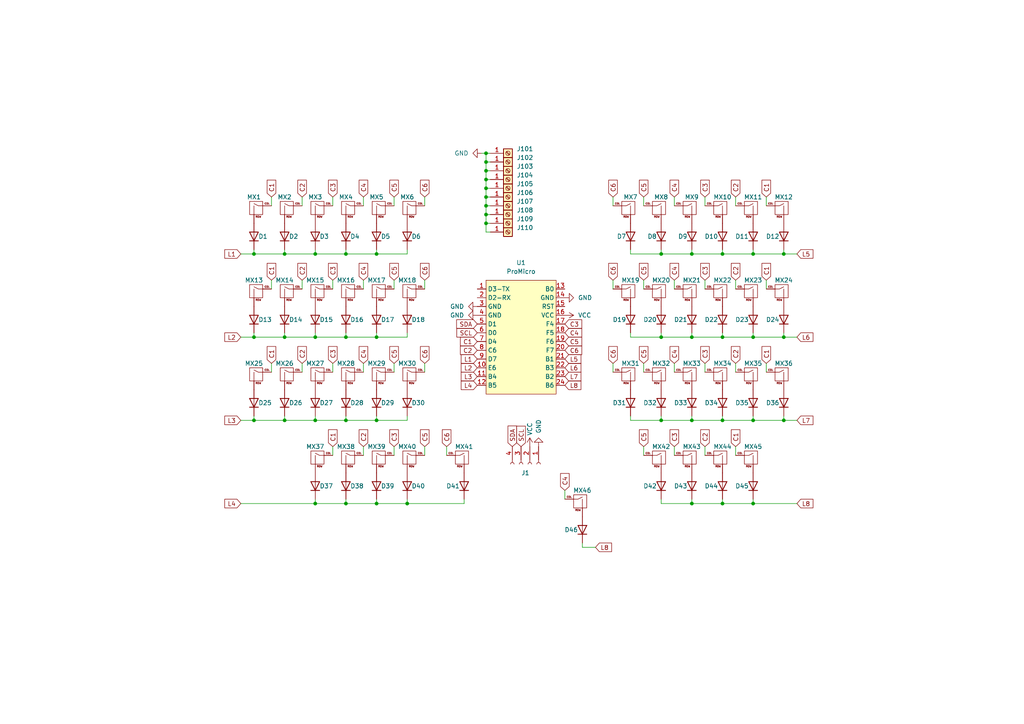
<source format=kicad_sch>
(kicad_sch (version 20230121) (generator eeschema)
  (paper "A4")
  (junction (at 100.33 97.79))
  (junction (at 91.44 73.66))
  (junction (at 227.33 121.92))
  (junction (at 209.55 73.66))
  (junction (at 109.22 97.79))
  (junction (at 218.44 97.79))
  (junction (at 100.33 73.66))
  (junction (at 140.97 52.07))
  (junction (at 73.66 73.66))
  (junction (at 109.22 73.66))
  (junction (at 91.44 146.05))
  (junction (at 82.55 121.92))
  (junction (at 140.97 49.53))
  (junction (at 227.33 97.79))
  (junction (at 200.66 146.05))
  (junction (at 82.55 73.66))
  (junction (at 140.97 59.69))
  (junction (at 140.97 57.15))
  (junction (at 209.55 97.79))
  (junction (at 100.33 121.92))
  (junction (at 140.97 64.77))
  (junction (at 140.97 54.61))
  (junction (at 209.55 121.92))
  (junction (at 100.33 146.05))
  (junction (at 191.77 73.66))
  (junction (at 91.44 121.92))
  (junction (at 218.44 73.66))
  (junction (at 91.44 97.79))
  (junction (at 200.66 73.66))
  (junction (at 82.55 97.79))
  (junction (at 73.66 97.79))
  (junction (at 109.22 146.05))
  (junction (at 227.33 73.66))
  (junction (at 109.22 121.92))
  (junction (at 209.55 146.05))
  (junction (at 140.97 62.23))
  (junction (at 200.66 121.92))
  (junction (at 118.11 146.05))
  (junction (at 140.97 44.45))
  (junction (at 218.44 121.92))
  (junction (at 191.77 97.79))
  (junction (at 140.97 46.99))
  (junction (at 218.44 146.05))
  (junction (at 200.66 97.79))
  (junction (at 73.66 121.92))
  (junction (at 191.77 121.92))
  (wire (pts (xy 100.33 73.66) (xy 109.22 73.66)))
  (wire (pts (xy 222.25 105.41) (xy 222.25 107.95)))
  (wire (pts (xy 213.36 57.15) (xy 213.36 59.69)))
  (wire (pts (xy 87.63 105.41) (xy 87.63 107.95)))
  (wire (pts (xy 123.19 105.41) (xy 123.19 107.95)))
  (wire (pts (xy 100.33 121.92) (xy 109.22 121.92)))
  (wire (pts (xy 109.22 97.79) (xy 109.22 96.52)))
  (wire (pts (xy 209.55 97.79) (xy 200.66 97.79)))
  (wire (pts (xy 73.66 97.79) (xy 73.66 96.52)))
  (wire (pts (xy 142.24 46.99) (xy 140.97 46.99)))
  (wire (pts (xy 69.85 121.92) (xy 73.66 121.92)))
  (wire (pts (xy 73.66 121.92) (xy 82.55 121.92)))
  (wire (pts (xy 100.33 73.66) (xy 100.33 72.39)))
  (wire (pts (xy 140.97 54.61) (xy 140.97 52.07)))
  (wire (pts (xy 100.33 146.05) (xy 100.33 144.78)))
  (wire (pts (xy 200.66 97.79) (xy 191.77 97.79)))
  (wire (pts (xy 231.14 73.66) (xy 227.33 73.66)))
  (wire (pts (xy 218.44 73.66) (xy 209.55 73.66)))
  (wire (pts (xy 123.19 57.15) (xy 123.19 59.69)))
  (wire (pts (xy 191.77 146.05) (xy 191.77 144.78)))
  (wire (pts (xy 227.33 97.79) (xy 218.44 97.79)))
  (wire (pts (xy 109.22 97.79) (xy 118.11 97.79)))
  (wire (pts (xy 73.66 97.79) (xy 82.55 97.79)))
  (wire (pts (xy 142.24 62.23) (xy 140.97 62.23)))
  (wire (pts (xy 140.97 59.69) (xy 140.97 57.15)))
  (wire (pts (xy 118.11 97.79) (xy 118.11 96.52)))
  (wire (pts (xy 142.24 64.77) (xy 140.97 64.77)))
  (wire (pts (xy 191.77 121.92) (xy 182.88 121.92)))
  (wire (pts (xy 100.33 97.79) (xy 100.33 96.52)))
  (wire (pts (xy 134.62 146.05) (xy 134.62 144.78)))
  (wire (pts (xy 73.66 73.66) (xy 82.55 73.66)))
  (wire (pts (xy 69.85 73.66) (xy 73.66 73.66)))
  (wire (pts (xy 118.11 121.92) (xy 118.11 120.65)))
  (wire (pts (xy 100.33 97.79) (xy 109.22 97.79)))
  (wire (pts (xy 140.97 52.07) (xy 140.97 49.53)))
  (wire (pts (xy 82.55 97.79) (xy 82.55 96.52)))
  (wire (pts (xy 195.58 57.15) (xy 195.58 59.69)))
  (wire (pts (xy 140.97 64.77) (xy 140.97 62.23)))
  (wire (pts (xy 114.3 57.15) (xy 114.3 59.69)))
  (wire (pts (xy 209.55 97.79) (xy 209.55 96.52)))
  (wire (pts (xy 191.77 73.66) (xy 191.77 72.39)))
  (wire (pts (xy 69.85 146.05) (xy 91.44 146.05)))
  (wire (pts (xy 182.88 121.92) (xy 182.88 120.65)))
  (wire (pts (xy 222.25 57.15) (xy 222.25 59.69)))
  (wire (pts (xy 218.44 73.66) (xy 218.44 72.39)))
  (wire (pts (xy 118.11 73.66) (xy 118.11 72.39)))
  (wire (pts (xy 140.97 49.53) (xy 140.97 46.99)))
  (wire (pts (xy 195.58 105.41) (xy 195.58 107.95)))
  (wire (pts (xy 129.54 129.54) (xy 129.54 132.08)))
  (wire (pts (xy 200.66 121.92) (xy 200.66 120.65)))
  (wire (pts (xy 109.22 146.05) (xy 109.22 144.78)))
  (wire (pts (xy 182.88 97.79) (xy 182.88 96.52)))
  (wire (pts (xy 142.24 57.15) (xy 140.97 57.15)))
  (wire (pts (xy 140.97 46.99) (xy 140.97 44.45)))
  (wire (pts (xy 195.58 81.28) (xy 195.58 83.82)))
  (wire (pts (xy 195.58 129.54) (xy 195.58 132.08)))
  (wire (pts (xy 96.52 57.15) (xy 96.52 59.69)))
  (wire (pts (xy 168.91 158.75) (xy 172.72 158.75)))
  (wire (pts (xy 227.33 97.79) (xy 227.33 96.52)))
  (wire (pts (xy 114.3 105.41) (xy 114.3 107.95)))
  (wire (pts (xy 91.44 146.05) (xy 91.44 144.78)))
  (wire (pts (xy 209.55 146.05) (xy 209.55 144.78)))
  (wire (pts (xy 140.97 44.45) (xy 142.24 44.45)))
  (wire (pts (xy 123.19 129.54) (xy 123.19 132.08)))
  (wire (pts (xy 109.22 73.66) (xy 118.11 73.66)))
  (wire (pts (xy 209.55 73.66) (xy 200.66 73.66)))
  (wire (pts (xy 91.44 73.66) (xy 91.44 72.39)))
  (wire (pts (xy 91.44 73.66) (xy 100.33 73.66)))
  (wire (pts (xy 87.63 57.15) (xy 87.63 59.69)))
  (wire (pts (xy 78.74 105.41) (xy 78.74 107.95)))
  (wire (pts (xy 218.44 97.79) (xy 209.55 97.79)))
  (wire (pts (xy 91.44 121.92) (xy 100.33 121.92)))
  (wire (pts (xy 78.74 81.28) (xy 78.74 83.82)))
  (wire (pts (xy 191.77 121.92) (xy 191.77 120.65)))
  (wire (pts (xy 140.97 57.15) (xy 140.97 54.61)))
  (wire (pts (xy 191.77 97.79) (xy 182.88 97.79)))
  (wire (pts (xy 69.85 97.79) (xy 73.66 97.79)))
  (wire (pts (xy 82.55 97.79) (xy 91.44 97.79)))
  (wire (pts (xy 191.77 73.66) (xy 182.88 73.66)))
  (wire (pts (xy 105.41 105.41) (xy 105.41 107.95)))
  (wire (pts (xy 200.66 146.05) (xy 191.77 146.05)))
  (wire (pts (xy 227.33 121.92) (xy 218.44 121.92)))
  (wire (pts (xy 218.44 121.92) (xy 209.55 121.92)))
  (wire (pts (xy 209.55 73.66) (xy 209.55 72.39)))
  (wire (pts (xy 123.19 81.28) (xy 123.19 83.82)))
  (wire (pts (xy 142.24 67.31) (xy 140.97 67.31)))
  (wire (pts (xy 105.41 57.15) (xy 105.41 59.69)))
  (wire (pts (xy 82.55 121.92) (xy 91.44 121.92)))
  (wire (pts (xy 163.83 142.24) (xy 163.83 144.78)))
  (wire (pts (xy 186.69 57.15) (xy 186.69 59.69)))
  (wire (pts (xy 109.22 73.66) (xy 109.22 72.39)))
  (wire (pts (xy 140.97 62.23) (xy 140.97 59.69)))
  (wire (pts (xy 218.44 97.79) (xy 218.44 96.52)))
  (wire (pts (xy 182.88 73.66) (xy 182.88 72.39)))
  (wire (pts (xy 204.47 57.15) (xy 204.47 59.69)))
  (wire (pts (xy 91.44 97.79) (xy 100.33 97.79)))
  (wire (pts (xy 186.69 105.41) (xy 186.69 107.95)))
  (wire (pts (xy 96.52 129.54) (xy 96.52 132.08)))
  (wire (pts (xy 177.8 81.28) (xy 177.8 83.82)))
  (wire (pts (xy 209.55 121.92) (xy 200.66 121.92)))
  (wire (pts (xy 186.69 81.28) (xy 186.69 83.82)))
  (wire (pts (xy 73.66 121.92) (xy 73.66 120.65)))
  (wire (pts (xy 204.47 105.41) (xy 204.47 107.95)))
  (wire (pts (xy 109.22 146.05) (xy 118.11 146.05)))
  (wire (pts (xy 218.44 121.92) (xy 218.44 120.65)))
  (wire (pts (xy 100.33 121.92) (xy 100.33 120.65)))
  (wire (pts (xy 96.52 81.28) (xy 96.52 83.82)))
  (wire (pts (xy 200.66 73.66) (xy 191.77 73.66)))
  (wire (pts (xy 139.7 44.45) (xy 140.97 44.45)))
  (wire (pts (xy 91.44 121.92) (xy 91.44 120.65)))
  (wire (pts (xy 91.44 146.05) (xy 100.33 146.05)))
  (wire (pts (xy 204.47 129.54) (xy 204.47 132.08)))
  (wire (pts (xy 209.55 121.92) (xy 209.55 120.65)))
  (wire (pts (xy 78.74 57.15) (xy 78.74 59.69)))
  (wire (pts (xy 200.66 73.66) (xy 200.66 72.39)))
  (wire (pts (xy 105.41 129.54) (xy 105.41 132.08)))
  (wire (pts (xy 82.55 73.66) (xy 82.55 72.39)))
  (wire (pts (xy 82.55 73.66) (xy 91.44 73.66)))
  (wire (pts (xy 73.66 73.66) (xy 73.66 72.39)))
  (wire (pts (xy 109.22 121.92) (xy 109.22 120.65)))
  (wire (pts (xy 142.24 52.07) (xy 140.97 52.07)))
  (wire (pts (xy 140.97 67.31) (xy 140.97 64.77)))
  (wire (pts (xy 177.8 57.15) (xy 177.8 59.69)))
  (wire (pts (xy 191.77 97.79) (xy 191.77 96.52)))
  (wire (pts (xy 118.11 146.05) (xy 118.11 144.78)))
  (wire (pts (xy 200.66 121.92) (xy 191.77 121.92)))
  (wire (pts (xy 168.91 158.75) (xy 168.91 157.48)))
  (wire (pts (xy 227.33 73.66) (xy 218.44 73.66)))
  (wire (pts (xy 218.44 146.05) (xy 209.55 146.05)))
  (wire (pts (xy 105.41 81.28) (xy 105.41 83.82)))
  (wire (pts (xy 142.24 49.53) (xy 140.97 49.53)))
  (wire (pts (xy 222.25 81.28) (xy 222.25 83.82)))
  (wire (pts (xy 209.55 146.05) (xy 200.66 146.05)))
  (wire (pts (xy 87.63 81.28) (xy 87.63 83.82)))
  (wire (pts (xy 114.3 129.54) (xy 114.3 132.08)))
  (wire (pts (xy 109.22 121.92) (xy 118.11 121.92)))
  (wire (pts (xy 231.14 97.79) (xy 227.33 97.79)))
  (wire (pts (xy 142.24 54.61) (xy 140.97 54.61)))
  (wire (pts (xy 200.66 146.05) (xy 200.66 144.78)))
  (wire (pts (xy 213.36 129.54) (xy 213.36 132.08)))
  (wire (pts (xy 231.14 121.92) (xy 227.33 121.92)))
  (wire (pts (xy 227.33 121.92) (xy 227.33 120.65)))
  (wire (pts (xy 204.47 81.28) (xy 204.47 83.82)))
  (wire (pts (xy 96.52 105.41) (xy 96.52 107.95)))
  (wire (pts (xy 227.33 73.66) (xy 227.33 72.39)))
  (wire (pts (xy 218.44 146.05) (xy 218.44 144.78)))
  (wire (pts (xy 91.44 97.79) (xy 91.44 96.52)))
  (wire (pts (xy 213.36 105.41) (xy 213.36 107.95)))
  (wire (pts (xy 177.8 105.41) (xy 177.8 107.95)))
  (wire (pts (xy 100.33 146.05) (xy 109.22 146.05)))
  (wire (pts (xy 218.44 146.05) (xy 231.14 146.05)))
  (wire (pts (xy 213.36 81.28) (xy 213.36 83.82)))
  (wire (pts (xy 82.55 121.92) (xy 82.55 120.65)))
  (wire (pts (xy 142.24 59.69) (xy 140.97 59.69)))
  (wire (pts (xy 118.11 146.05) (xy 134.62 146.05)))
  (wire (pts (xy 114.3 81.28) (xy 114.3 83.82)))
  (wire (pts (xy 200.66 97.79) (xy 200.66 96.52)))
  (wire (pts (xy 186.69 129.54) (xy 186.69 132.08)))
  (global_label "C3" (shape input) (at 195.58 129.54 90) (property "Intersheetrefs" "${INTERSHEET_REFS}" (effects hide)))
  (global_label "L1" (shape input) (at 69.85 73.66 180) (property "Intersheetrefs" "${INTERSHEET_REFS}" (effects hide)))
  (global_label "C4" (shape input) (at 105.41 105.41 90) (property "Intersheetrefs" "${INTERSHEET_REFS}" (effects hide)))
  (global_label "L3" (shape input) (at 69.85 121.92 180) (property "Intersheetrefs" "${INTERSHEET_REFS}" (effects hide)))
  (global_label "C2" (shape input) (at 213.36 105.41 90) (property "Intersheetrefs" "${INTERSHEET_REFS}" (effects hide)))
  (global_label "C4" (shape input) (at 195.58 57.15 90) (property "Intersheetrefs" "${INTERSHEET_REFS}" (effects hide)))
  (global_label "C2" (shape input) (at 87.63 81.28 90) (property "Intersheetrefs" "${INTERSHEET_REFS}" (effects hide)))
  (global_label "C5" (shape input) (at 123.19 129.54 90) (property "Intersheetrefs" "${INTERSHEET_REFS}" (effects hide)))
  (global_label "C6" (shape input) (at 129.54 129.54 90) (property "Intersheetrefs" "${INTERSHEET_REFS}" (effects hide)))
  (global_label "L6" (shape input) (at 231.14 97.79 0) (property "Intersheetrefs" "${INTERSHEET_REFS}" (effects hide)))
  (global_label "SDA" (shape input) (at 148.59 129.54 90) (property "Intersheetrefs" "${INTERSHEET_REFS}" (effects hide)))
  (global_label "C5" (shape input) (at 114.3 57.15 90) (property "Intersheetrefs" "${INTERSHEET_REFS}" (effects hide)))
  (global_label "C2" (shape input) (at 213.36 81.28 90) (property "Intersheetrefs" "${INTERSHEET_REFS}" (effects hide)))
  (global_label "L4" (shape input) (at 69.85 146.05 180) (property "Intersheetrefs" "${INTERSHEET_REFS}" (effects hide)))
  (global_label "C5" (shape input) (at 186.69 129.54 90) (property "Intersheetrefs" "${INTERSHEET_REFS}" (effects hide)))
  (global_label "C4" (shape input) (at 105.41 81.28 90) (property "Intersheetrefs" "${INTERSHEET_REFS}" (effects hide)))
  (global_label "C3" (shape input) (at 204.47 81.28 90) (property "Intersheetrefs" "${INTERSHEET_REFS}" (effects hide)))
  (global_label "C4" (shape input) (at 105.41 57.15 90) (property "Intersheetrefs" "${INTERSHEET_REFS}" (effects hide)))
  (global_label "L1" (shape input) (at 138.43 104.14 180) (property "Intersheetrefs" "${INTERSHEET_REFS}" (effects hide)))
  (global_label "C6" (shape input) (at 177.8 81.28 90) (property "Intersheetrefs" "${INTERSHEET_REFS}" (effects hide)))
  (global_label "C6" (shape input) (at 177.8 57.15 90) (property "Intersheetrefs" "${INTERSHEET_REFS}" (effects hide)))
  (global_label "C5" (shape input) (at 186.69 105.41 90) (property "Intersheetrefs" "${INTERSHEET_REFS}" (effects hide)))
  (global_label "C1" (shape input) (at 213.36 129.54 90) (property "Intersheetrefs" "${INTERSHEET_REFS}" (effects hide)))
  (global_label "C4" (shape input) (at 163.83 96.52 0) (property "Intersheetrefs" "${INTERSHEET_REFS}" (effects hide)))
  (global_label "C3" (shape input) (at 96.52 81.28 90) (property "Intersheetrefs" "${INTERSHEET_REFS}" (effects hide)))
  (global_label "C4" (shape input) (at 163.83 142.24 90) (property "Intersheetrefs" "${INTERSHEET_REFS}" (effects hide)))
  (global_label "C5" (shape input) (at 114.3 105.41 90) (property "Intersheetrefs" "${INTERSHEET_REFS}" (effects hide)))
  (global_label "L2" (shape input) (at 69.85 97.79 180) (property "Intersheetrefs" "${INTERSHEET_REFS}" (effects hide)))
  (global_label "C6" (shape input) (at 123.19 57.15 90) (property "Intersheetrefs" "${INTERSHEET_REFS}" (effects hide)))
  (global_label "L8" (shape input) (at 231.14 146.05 0) (property "Intersheetrefs" "${INTERSHEET_REFS}" (effects hide)))
  (global_label "C1" (shape input) (at 222.25 105.41 90) (property "Intersheetrefs" "${INTERSHEET_REFS}" (effects hide)))
  (global_label "C3" (shape input) (at 114.3 129.54 90) (property "Intersheetrefs" "${INTERSHEET_REFS}" (effects hide)))
  (global_label "C2" (shape input) (at 138.43 101.6 180) (property "Intersheetrefs" "${INTERSHEET_REFS}" (effects hide)))
  (global_label "L8" (shape input) (at 172.72 158.75 0) (property "Intersheetrefs" "${INTERSHEET_REFS}" (effects hide)))
  (global_label "C2" (shape input) (at 204.47 129.54 90) (property "Intersheetrefs" "${INTERSHEET_REFS}" (effects hide)))
  (global_label "C2" (shape input) (at 213.36 57.15 90) (property "Intersheetrefs" "${INTERSHEET_REFS}" (effects hide)))
  (global_label "L5" (shape input) (at 231.14 73.66 0) (property "Intersheetrefs" "${INTERSHEET_REFS}" (effects hide)))
  (global_label "SCL" (shape input) (at 138.43 96.52 180) (property "Intersheetrefs" "${INTERSHEET_REFS}" (effects hide)))
  (global_label "L2" (shape input) (at 138.43 106.68 180) (property "Intersheetrefs" "${INTERSHEET_REFS}" (effects hide)))
  (global_label "L7" (shape input) (at 231.14 121.92 0) (property "Intersheetrefs" "${INTERSHEET_REFS}" (effects hide)))
  (global_label "L5" (shape input) (at 163.83 104.14 0) (property "Intersheetrefs" "${INTERSHEET_REFS}" (effects hide)))
  (global_label "C3" (shape input) (at 96.52 57.15 90) (property "Intersheetrefs" "${INTERSHEET_REFS}" (effects hide)))
  (global_label "L6" (shape input) (at 163.83 106.68 0) (property "Intersheetrefs" "${INTERSHEET_REFS}" (effects hide)))
  (global_label "C6" (shape input) (at 163.83 101.6 0) (property "Intersheetrefs" "${INTERSHEET_REFS}" (effects hide)))
  (global_label "C4" (shape input) (at 195.58 105.41 90) (property "Intersheetrefs" "${INTERSHEET_REFS}" (effects hide)))
  (global_label "C1" (shape input) (at 96.52 129.54 90) (property "Intersheetrefs" "${INTERSHEET_REFS}" (effects hide)))
  (global_label "L4" (shape input) (at 138.43 111.76 180) (property "Intersheetrefs" "${INTERSHEET_REFS}" (effects hide)))
  (global_label "L8" (shape input) (at 163.83 111.76 0) (property "Intersheetrefs" "${INTERSHEET_REFS}" (effects hide)))
  (global_label "L7" (shape input) (at 163.83 109.22 0) (property "Intersheetrefs" "${INTERSHEET_REFS}" (effects hide)))
  (global_label "C2" (shape input) (at 105.41 129.54 90) (property "Intersheetrefs" "${INTERSHEET_REFS}" (effects hide)))
  (global_label "C5" (shape input) (at 163.83 99.06 0) (property "Intersheetrefs" "${INTERSHEET_REFS}" (effects hide)))
  (global_label "C1" (shape input) (at 138.43 99.06 180) (property "Intersheetrefs" "${INTERSHEET_REFS}" (effects hide)))
  (global_label "SCL" (shape input) (at 151.13 129.54 90) (property "Intersheetrefs" "${INTERSHEET_REFS}" (effects hide)))
  (global_label "C1" (shape input) (at 222.25 57.15 90) (property "Intersheetrefs" "${INTERSHEET_REFS}" (effects hide)))
  (global_label "C6" (shape input) (at 123.19 81.28 90) (property "Intersheetrefs" "${INTERSHEET_REFS}" (effects hide)))
  (global_label "C4" (shape input) (at 195.58 81.28 90) (property "Intersheetrefs" "${INTERSHEET_REFS}" (effects hide)))
  (global_label "C1" (shape input) (at 78.74 81.28 90) (property "Intersheetrefs" "${INTERSHEET_REFS}" (effects hide)))
  (global_label "SDA" (shape input) (at 138.43 93.98 180) (property "Intersheetrefs" "${INTERSHEET_REFS}" (effects hide)))
  (global_label "C2" (shape input) (at 87.63 105.41 90) (property "Intersheetrefs" "${INTERSHEET_REFS}" (effects hide)))
  (global_label "C3" (shape input) (at 204.47 57.15 90) (property "Intersheetrefs" "${INTERSHEET_REFS}" (effects hide)))
  (global_label "C3" (shape input) (at 163.83 93.98 0) (property "Intersheetrefs" "${INTERSHEET_REFS}" (effects hide)))
  (global_label "C5" (shape input) (at 186.69 81.28 90) (property "Intersheetrefs" "${INTERSHEET_REFS}" (effects hide)))
  (global_label "C1" (shape input) (at 222.25 81.28 90) (property "Intersheetrefs" "${INTERSHEET_REFS}" (effects hide)))
  (global_label "C6" (shape input) (at 177.8 105.41 90) (property "Intersheetrefs" "${INTERSHEET_REFS}" (effects hide)))
  (global_label "C1" (shape input) (at 78.74 57.15 90) (property "Intersheetrefs" "${INTERSHEET_REFS}" (effects hide)))
  (global_label "C2" (shape input) (at 87.63 57.15 90) (property "Intersheetrefs" "${INTERSHEET_REFS}" (effects hide)))
  (global_label "L3" (shape input) (at 138.43 109.22 180) (property "Intersheetrefs" "${INTERSHEET_REFS}" (effects hide)))
  (global_label "C6" (shape input) (at 123.19 105.41 90) (property "Intersheetrefs" "${INTERSHEET_REFS}" (effects hide)))
  (global_label "C3" (shape input) (at 204.47 105.41 90) (property "Intersheetrefs" "${INTERSHEET_REFS}" (effects hide)))
  (global_label "C5" (shape input) (at 114.3 81.28 90) (property "Intersheetrefs" "${INTERSHEET_REFS}" (effects hide)))
  (global_label "C3" (shape input) (at 96.52 105.41 90) (property "Intersheetrefs" "${INTERSHEET_REFS}" (effects hide)))
  (global_label "C1" (shape input) (at 78.74 105.41 90) (property "Intersheetrefs" "${INTERSHEET_REFS}" (effects hide)))
  (global_label "C5" (shape input) (at 186.69 57.15 90) (property "Intersheetrefs" "${INTERSHEET_REFS}" (effects hide)))
  (symbol (lib_id "PCM_0xcb:MX") (at 208.28 107.95 0) (mirror y) (unit 1)
    (property "Reference" "MX34" (at 209.55 105.41 0))
    (property "Value" "MX" (effects hide))
    (property "Footprint" "_mx:MX-Alps-Hybrid-1U" (effects hide))
  )
  (symbol (lib_id "Diode:1N4148") (at 73.66 68.58 90) (unit 1)
    (property "Reference" "D1" (at 74.93 68.58 90) (effects (justify right)))
    (property "Value" "1N4148" (effects hide))
    (property "Footprint" "Diode_THT:D_DO-35_SOD27_P7.62mm_Horizontal" (effects hide))
    (property "Datasheet" "https://assets.nexperia.com/documents/data-sheet/1N4148_1N4448.pdf" (effects hide))
    (property "Sim.Device" "D" (effects hide))
    (property "Sim.Pins" "1=K 2=A" (effects hide))
  )
  (symbol (lib_id "PCM_0xcb:MX") (at 199.39 107.95 0) (mirror y) (unit 1)
    (property "Reference" "MX33" (at 200.66 105.41 0))
    (property "Value" "MX" (effects hide))
    (property "Footprint" "_mx:MX-Alps-Hybrid-1U" (effects hide))
  )
  (symbol (lib_id "PCM_0xcb:MX") (at 119.38 107.95 0) (unit 1)
    (property "Reference" "MX30" (at 118.11 105.41 0))
    (property "Value" "MX" (effects hide))
    (property "Footprint" "_mx:MX-Alps-Hybrid-1U" (effects hide))
  )
  (symbol (lib_id "Connector:Screw_Terminal_01x01") (at 147.32 46.99 0) (unit 1)
    (property "Reference" "J102" (at 149.86 45.72 0) (effects (justify left)))
    (property "Value" "Screw_Terminal_01x01" (effects hide))
    (property "Footprint" "MountingHole:MountingHole_2.2mm_M2" (effects hide))
  )
  (symbol (lib_id "PCM_0xcb:MX") (at 119.38 59.69 0) (unit 1)
    (property "Reference" "MX6" (at 118.11 57.15 0))
    (property "Value" "MX" (effects hide))
    (property "Footprint" "_mx:MX-Alps-Hybrid-1U" (effects hide))
  )
  (symbol (lib_id "PCM_0xcb:MX") (at 217.17 83.82 0) (mirror y) (unit 1)
    (property "Reference" "MX23" (at 218.44 81.28 0))
    (property "Value" "MX" (effects hide))
    (property "Footprint" "_mx:MX-Alps-Hybrid-1U" (effects hide))
  )
  (symbol (lib_id "PCM_0xcb:MX") (at 190.5 132.08 0) (mirror y) (unit 1)
    (property "Reference" "MX42" (at 191.77 129.54 0))
    (property "Value" "MX" (effects hide))
    (property "Footprint" "_mx:MX-Alps-Hybrid-1.25U" (effects hide))
  )
  (symbol (lib_id "Diode:1N4148") (at 200.66 140.97 270) (mirror x) (unit 1)
    (property "Reference" "D43" (at 199.39 140.97 90) (effects (justify right)))
    (property "Value" "1N4148" (effects hide))
    (property "Footprint" "Diode_THT:D_DO-35_SOD27_P7.62mm_Horizontal" (effects hide))
    (property "Datasheet" "https://assets.nexperia.com/documents/data-sheet/1N4148_1N4448.pdf" (effects hide))
    (property "Sim.Device" "D" (effects hide))
    (property "Sim.Pins" "1=K 2=A" (effects hide))
  )
  (symbol (lib_id "PCM_0xcb:MX") (at 208.28 132.08 0) (mirror y) (unit 1)
    (property "Reference" "MX44" (at 209.55 129.54 0))
    (property "Value" "MX" (effects hide))
    (property "Footprint" "_mx:MX-Alps-Hybrid-1U" (effects hide))
  )
  (symbol (lib_id "Connector:Screw_Terminal_01x01") (at 147.32 57.15 0) (unit 1)
    (property "Reference" "J106" (at 149.86 55.88 0) (effects (justify left)))
    (property "Value" "Screw_Terminal_01x01" (effects hide))
    (property "Footprint" "MountingHole:MountingHole_2.2mm_M2" (effects hide))
  )
  (symbol (lib_id "power:GND") (at 138.43 88.9 270) (unit 1)
    (property "Reference" "#PWR03" (effects hide))
    (property "Value" "GND" (at 134.62 88.9 90) (effects (justify right)))
  )
  (symbol (lib_id "PCM_0xcb:MX") (at 83.82 83.82 0) (unit 1)
    (property "Reference" "MX14" (at 82.55 81.28 0))
    (property "Value" "MX" (effects hide))
    (property "Footprint" "_mx:MX-Alps-Hybrid-1U" (effects hide))
  )
  (symbol (lib_id "Diode:1N4148") (at 200.66 68.58 270) (mirror x) (unit 1)
    (property "Reference" "D9" (at 199.39 68.58 90) (effects (justify right)))
    (property "Value" "1N4148" (effects hide))
    (property "Footprint" "Diode_THT:D_DO-35_SOD27_P7.62mm_Horizontal" (effects hide))
    (property "Datasheet" "https://assets.nexperia.com/documents/data-sheet/1N4148_1N4448.pdf" (effects hide))
    (property "Sim.Device" "D" (effects hide))
    (property "Sim.Pins" "1=K 2=A" (effects hide))
  )
  (symbol (lib_id "Connector:Screw_Terminal_01x01") (at 147.32 62.23 0) (unit 1)
    (property "Reference" "J108" (at 149.86 60.96 0) (effects (justify left)))
    (property "Value" "Screw_Terminal_01x01" (effects hide))
    (property "Footprint" "MountingHole:MountingHole_2.2mm_M2" (effects hide))
  )
  (symbol (lib_id "PCM_0xcb:MX") (at 110.49 83.82 0) (unit 1)
    (property "Reference" "MX17" (at 109.22 81.28 0))
    (property "Value" "MX" (effects hide))
    (property "Footprint" "_mx:MX-Alps-Hybrid-1U" (effects hide))
  )
  (symbol (lib_id "Diode:1N4148") (at 134.62 140.97 270) (mirror x) (unit 1)
    (property "Reference" "D41" (at 133.35 140.97 90) (effects (justify right)))
    (property "Value" "1N4148" (effects hide))
    (property "Footprint" "Diode_THT:D_DO-35_SOD27_P7.62mm_Horizontal" (effects hide))
    (property "Datasheet" "https://assets.nexperia.com/documents/data-sheet/1N4148_1N4448.pdf" (effects hide))
    (property "Sim.Device" "D" (effects hide))
    (property "Sim.Pins" "1=K 2=A" (effects hide))
  )
  (symbol (lib_id "Diode:1N4148") (at 227.33 116.84 270) (mirror x) (unit 1)
    (property "Reference" "D36" (at 226.06 116.84 90) (effects (justify right)))
    (property "Value" "1N4148" (effects hide))
    (property "Footprint" "Diode_THT:D_DO-35_SOD27_P7.62mm_Horizontal" (effects hide))
    (property "Datasheet" "https://assets.nexperia.com/documents/data-sheet/1N4148_1N4448.pdf" (effects hide))
    (property "Sim.Device" "D" (effects hide))
    (property "Sim.Pins" "1=K 2=A" (effects hide))
  )
  (symbol (lib_id "Diode:1N4148") (at 118.11 92.71 90) (unit 1)
    (property "Reference" "D18" (at 119.38 92.71 90) (effects (justify right)))
    (property "Value" "1N4148" (effects hide))
    (property "Footprint" "Diode_THT:D_DO-35_SOD27_P7.62mm_Horizontal" (effects hide))
    (property "Datasheet" "https://assets.nexperia.com/documents/data-sheet/1N4148_1N4448.pdf" (effects hide))
    (property "Sim.Device" "D" (effects hide))
    (property "Sim.Pins" "1=K 2=A" (effects hide))
  )
  (symbol (lib_id "PCM_0xcb:MX") (at 208.28 59.69 0) (mirror y) (unit 1)
    (property "Reference" "MX10" (at 209.55 57.15 0))
    (property "Value" "MX" (effects hide))
    (property "Footprint" "_mx:MX-Alps-Hybrid-1U" (effects hide))
  )
  (symbol (lib_id "Diode:1N4148") (at 73.66 92.71 90) (unit 1)
    (property "Reference" "D13" (at 74.93 92.71 90) (effects (justify right)))
    (property "Value" "1N4148" (effects hide))
    (property "Footprint" "Diode_THT:D_DO-35_SOD27_P7.62mm_Horizontal" (effects hide))
    (property "Datasheet" "https://assets.nexperia.com/documents/data-sheet/1N4148_1N4448.pdf" (effects hide))
    (property "Sim.Device" "D" (effects hide))
    (property "Sim.Pins" "1=K 2=A" (effects hide))
  )
  (symbol (lib_id "PCM_0xcb:MX") (at 190.5 59.69 0) (mirror y) (unit 1)
    (property "Reference" "MX8" (at 191.77 57.15 0))
    (property "Value" "MX" (effects hide))
    (property "Footprint" "_mx:MX-Alps-Hybrid-1U" (effects hide))
  )
  (symbol (lib_id "PCM_0xcb:MX") (at 226.06 83.82 0) (mirror y) (unit 1)
    (property "Reference" "MX24" (at 227.33 81.28 0))
    (property "Value" "MX" (effects hide))
    (property "Footprint" "_mx:MX-Alps-Hybrid-1.25U" (effects hide))
  )
  (symbol (lib_id "Diode:1N4148") (at 91.44 140.97 90) (unit 1)
    (property "Reference" "D37" (at 92.71 140.97 90) (effects (justify right)))
    (property "Value" "1N4148" (effects hide))
    (property "Footprint" "Diode_THT:D_DO-35_SOD27_P7.62mm_Horizontal" (effects hide))
    (property "Datasheet" "https://assets.nexperia.com/documents/data-sheet/1N4148_1N4448.pdf" (effects hide))
    (property "Sim.Device" "D" (effects hide))
    (property "Sim.Pins" "1=K 2=A" (effects hide))
  )
  (symbol (lib_id "Diode:1N4148") (at 118.11 140.97 90) (unit 1)
    (property "Reference" "D40" (at 119.38 140.97 90) (effects (justify right)))
    (property "Value" "1N4148" (effects hide))
    (property "Footprint" "Diode_THT:D_DO-35_SOD27_P7.62mm_Horizontal" (effects hide))
    (property "Datasheet" "https://assets.nexperia.com/documents/data-sheet/1N4148_1N4448.pdf" (effects hide))
    (property "Sim.Device" "D" (effects hide))
    (property "Sim.Pins" "1=K 2=A" (effects hide))
  )
  (symbol (lib_id "Diode:1N4148") (at 218.44 116.84 270) (mirror x) (unit 1)
    (property "Reference" "D35" (at 217.17 116.84 90) (effects (justify right)))
    (property "Value" "1N4148" (effects hide))
    (property "Footprint" "Diode_THT:D_DO-35_SOD27_P7.62mm_Horizontal" (effects hide))
    (property "Datasheet" "https://assets.nexperia.com/documents/data-sheet/1N4148_1N4448.pdf" (effects hide))
    (property "Sim.Device" "D" (effects hide))
    (property "Sim.Pins" "1=K 2=A" (effects hide))
  )
  (symbol (lib_id "Connector:Screw_Terminal_01x01") (at 147.32 44.45 0) (unit 1)
    (property "Reference" "J101" (at 149.86 43.18 0) (effects (justify left)))
    (property "Value" "Screw_Terminal_01x01" (effects hide))
    (property "Footprint" "MountingHole:MountingHole_2.2mm_M2" (effects hide))
  )
  (symbol (lib_id "Diode:1N4148") (at 227.33 92.71 270) (mirror x) (unit 1)
    (property "Reference" "D24" (at 226.06 92.71 90) (effects (justify right)))
    (property "Value" "1N4148" (effects hide))
    (property "Footprint" "Diode_THT:D_DO-35_SOD27_P7.62mm_Horizontal" (effects hide))
    (property "Datasheet" "https://assets.nexperia.com/documents/data-sheet/1N4148_1N4448.pdf" (effects hide))
    (property "Sim.Device" "D" (effects hide))
    (property "Sim.Pins" "1=K 2=A" (effects hide))
  )
  (symbol (lib_id "PCM_0xcb:MX") (at 101.6 59.69 0) (unit 1)
    (property "Reference" "MX4" (at 100.33 57.15 0))
    (property "Value" "MX" (effects hide))
    (property "Footprint" "_mx:MX-Alps-Hybrid-1U" (effects hide))
  )
  (symbol (lib_id "PCM_0xcb:MX") (at 181.61 59.69 0) (mirror y) (unit 1)
    (property "Reference" "MX7" (at 182.88 57.15 0))
    (property "Value" "MX" (effects hide))
    (property "Footprint" "_mx:MX-Alps-Hybrid-1U" (effects hide))
  )
  (symbol (lib_id "PCM_0xcb:MX") (at 226.06 59.69 0) (mirror y) (unit 1)
    (property "Reference" "MX12" (at 227.33 57.15 0))
    (property "Value" "MX" (effects hide))
    (property "Footprint" "_mx:MX-Alps-Hybrid-1.25U" (effects hide))
  )
  (symbol (lib_id "PCM_0xcb:MX") (at 119.38 132.08 0) (unit 1)
    (property "Reference" "MX40" (at 118.11 129.54 0))
    (property "Value" "MX" (effects hide))
    (property "Footprint" "_mx:MX-Alps-Hybrid-1.25U" (effects hide))
  )
  (symbol (lib_id "PCM_0xcb:MX") (at 83.82 59.69 0) (unit 1)
    (property "Reference" "MX2" (at 82.55 57.15 0))
    (property "Value" "MX" (effects hide))
    (property "Footprint" "_mx:MX-Alps-Hybrid-1U" (effects hide))
  )
  (symbol (lib_id "PCM_0xcb:MX") (at 217.17 132.08 0) (mirror y) (unit 1)
    (property "Reference" "MX45" (at 218.44 129.54 0))
    (property "Value" "MX" (effects hide))
    (property "Footprint" "_mx:MX-Alps-Hybrid-1U" (effects hide))
  )
  (symbol (lib_id "Diode:1N4148") (at 109.22 116.84 90) (unit 1)
    (property "Reference" "D29" (at 110.49 116.84 90) (effects (justify right)))
    (property "Value" "1N4148" (effects hide))
    (property "Footprint" "Diode_THT:D_DO-35_SOD27_P7.62mm_Horizontal" (effects hide))
    (property "Datasheet" "https://assets.nexperia.com/documents/data-sheet/1N4148_1N4448.pdf" (effects hide))
    (property "Sim.Device" "D" (effects hide))
    (property "Sim.Pins" "1=K 2=A" (effects hide))
  )
  (symbol (lib_id "Diode:1N4148") (at 191.77 140.97 270) (mirror x) (unit 1)
    (property "Reference" "D42" (at 190.5 140.97 90) (effects (justify right)))
    (property "Value" "1N4148" (effects hide))
    (property "Footprint" "Diode_THT:D_DO-35_SOD27_P7.62mm_Horizontal" (effects hide))
    (property "Datasheet" "https://assets.nexperia.com/documents/data-sheet/1N4148_1N4448.pdf" (effects hide))
    (property "Sim.Device" "D" (effects hide))
    (property "Sim.Pins" "1=K 2=A" (effects hide))
  )
  (symbol (lib_id "PCM_0xcb:MX") (at 83.82 107.95 0) (unit 1)
    (property "Reference" "MX26" (at 82.55 105.41 0))
    (property "Value" "MX" (effects hide))
    (property "Footprint" "_mx:MX-Alps-Hybrid-1U" (effects hide))
  )
  (symbol (lib_id "power:GND") (at 156.21 129.54 180) (unit 1)
    (property "Reference" "#PWR05" (effects hide))
    (property "Value" "GND" (at 156.21 125.73 90) (effects (justify right)))
  )
  (symbol (lib_id "Connector:Conn_01x04_Socket") (at 153.67 134.62 270) (unit 1)
    (property "Reference" "J1" (at 152.4 137.16 90))
    (property "Value" "Conn_01x04_Socket" (effects hide))
    (property "Footprint" "_OLED:SSD1306-0.91-OLED-4pin-128x32" (effects hide))
  )
  (symbol (lib_id "Diode:1N4148") (at 168.91 153.67 270) (mirror x) (unit 1)
    (property "Reference" "D46" (at 167.64 153.67 90) (effects (justify right)))
    (property "Value" "1N4148" (effects hide))
    (property "Footprint" "Diode_THT:D_DO-35_SOD27_P7.62mm_Horizontal" (effects hide))
    (property "Datasheet" "https://assets.nexperia.com/documents/data-sheet/1N4148_1N4448.pdf" (effects hide))
    (property "Sim.Device" "D" (effects hide))
    (property "Sim.Pins" "1=K 2=A" (effects hide))
  )
  (symbol (lib_id "Diode:1N4148") (at 82.55 92.71 90) (unit 1)
    (property "Reference" "D14" (at 83.82 92.71 90) (effects (justify right)))
    (property "Value" "1N4148" (effects hide))
    (property "Footprint" "Diode_THT:D_DO-35_SOD27_P7.62mm_Horizontal" (effects hide))
    (property "Datasheet" "https://assets.nexperia.com/documents/data-sheet/1N4148_1N4448.pdf" (effects hide))
    (property "Sim.Device" "D" (effects hide))
    (property "Sim.Pins" "1=K 2=A" (effects hide))
  )
  (symbol (lib_id "PCM_0xcb:MX") (at 92.71 59.69 0) (unit 1)
    (property "Reference" "MX3" (at 91.44 57.15 0))
    (property "Value" "MX" (effects hide))
    (property "Footprint" "_mx:MX-Alps-Hybrid-1U" (effects hide))
  )
  (symbol (lib_id "PCM_0xcb:MX") (at 199.39 59.69 0) (mirror y) (unit 1)
    (property "Reference" "MX9" (at 200.66 57.15 0))
    (property "Value" "MX" (effects hide))
    (property "Footprint" "_mx:MX-Alps-Hybrid-1U" (effects hide))
  )
  (symbol (lib_id "Diode:1N4148") (at 109.22 92.71 90) (unit 1)
    (property "Reference" "D17" (at 110.49 92.71 90) (effects (justify right)))
    (property "Value" "1N4148" (effects hide))
    (property "Footprint" "Diode_THT:D_DO-35_SOD27_P7.62mm_Horizontal" (effects hide))
    (property "Datasheet" "https://assets.nexperia.com/documents/data-sheet/1N4148_1N4448.pdf" (effects hide))
    (property "Sim.Device" "D" (effects hide))
    (property "Sim.Pins" "1=K 2=A" (effects hide))
  )
  (symbol (lib_id "Connector:Screw_Terminal_01x01") (at 147.32 59.69 0) (unit 1)
    (property "Reference" "J107" (at 149.86 58.42 0) (effects (justify left)))
    (property "Value" "Screw_Terminal_01x01" (effects hide))
    (property "Footprint" "MountingHole:MountingHole_2.2mm_M2" (effects hide))
  )
  (symbol (lib_id "PCM_0xcb:MX") (at 92.71 107.95 0) (unit 1)
    (property "Reference" "MX27" (at 91.44 105.41 0))
    (property "Value" "MX" (effects hide))
    (property "Footprint" "_mx:MX-Alps-Hybrid-1U" (effects hide))
  )
  (symbol (lib_id "PCM_0xcb:MX") (at 190.5 107.95 0) (mirror y) (unit 1)
    (property "Reference" "MX32" (at 191.77 105.41 0))
    (property "Value" "MX" (effects hide))
    (property "Footprint" "_mx:MX-Alps-Hybrid-1U" (effects hide))
  )
  (symbol (lib_id "Diode:1N4148") (at 91.44 116.84 90) (unit 1)
    (property "Reference" "D27" (at 92.71 116.84 90) (effects (justify right)))
    (property "Value" "1N4148" (effects hide))
    (property "Footprint" "Diode_THT:D_DO-35_SOD27_P7.62mm_Horizontal" (effects hide))
    (property "Datasheet" "https://assets.nexperia.com/documents/data-sheet/1N4148_1N4448.pdf" (effects hide))
    (property "Sim.Device" "D" (effects hide))
    (property "Sim.Pins" "1=K 2=A" (effects hide))
  )
  (symbol (lib_id "PCM_0xcb:MX") (at 119.38 83.82 0) (unit 1)
    (property "Reference" "MX18" (at 118.11 81.28 0))
    (property "Value" "MX" (effects hide))
    (property "Footprint" "_mx:MX-Alps-Hybrid-1U" (effects hide))
  )
  (symbol (lib_id "Diode:1N4148") (at 100.33 92.71 90) (unit 1)
    (property "Reference" "D16" (at 101.6 92.71 90) (effects (justify right)))
    (property "Value" "1N4148" (effects hide))
    (property "Footprint" "Diode_THT:D_DO-35_SOD27_P7.62mm_Horizontal" (effects hide))
    (property "Datasheet" "https://assets.nexperia.com/documents/data-sheet/1N4148_1N4448.pdf" (effects hide))
    (property "Sim.Device" "D" (effects hide))
    (property "Sim.Pins" "1=K 2=A" (effects hide))
  )
  (symbol (lib_id "Connector:Screw_Terminal_01x01") (at 147.32 67.31 0) (unit 1)
    (property "Reference" "J110" (at 149.86 66.04 0) (effects (justify left)))
    (property "Value" "Screw_Terminal_01x01" (effects hide))
    (property "Footprint" "MountingHole:MountingHole_2.2mm_M2" (effects hide))
  )
  (symbol (lib_id "Diode:1N4148") (at 218.44 68.58 270) (mirror x) (unit 1)
    (property "Reference" "D11" (at 217.17 68.58 90) (effects (justify right)))
    (property "Value" "1N4148" (effects hide))
    (property "Footprint" "Diode_THT:D_DO-35_SOD27_P7.62mm_Horizontal" (effects hide))
    (property "Datasheet" "https://assets.nexperia.com/documents/data-sheet/1N4148_1N4448.pdf" (effects hide))
    (property "Sim.Device" "D" (effects hide))
    (property "Sim.Pins" "1=K 2=A" (effects hide))
  )
  (symbol (lib_id "Diode:1N4148") (at 109.22 68.58 90) (unit 1)
    (property "Reference" "D5" (at 110.49 68.58 90) (effects (justify right)))
    (property "Value" "1N4148" (effects hide))
    (property "Footprint" "Diode_THT:D_DO-35_SOD27_P7.62mm_Horizontal" (effects hide))
    (property "Datasheet" "https://assets.nexperia.com/documents/data-sheet/1N4148_1N4448.pdf" (effects hide))
    (property "Sim.Device" "D" (effects hide))
    (property "Sim.Pins" "1=K 2=A" (effects hide))
  )
  (symbol (lib_id "Diode:1N4148") (at 200.66 92.71 270) (mirror x) (unit 1)
    (property "Reference" "D21" (at 199.39 92.71 90) (effects (justify right)))
    (property "Value" "1N4148" (effects hide))
    (property "Footprint" "Diode_THT:D_DO-35_SOD27_P7.62mm_Horizontal" (effects hide))
    (property "Datasheet" "https://assets.nexperia.com/documents/data-sheet/1N4148_1N4448.pdf" (effects hide))
    (property "Sim.Device" "D" (effects hide))
    (property "Sim.Pins" "1=K 2=A" (effects hide))
  )
  (symbol (lib_id "Diode:1N4148") (at 200.66 116.84 270) (mirror x) (unit 1)
    (property "Reference" "D33" (at 199.39 116.84 90) (effects (justify right)))
    (property "Value" "1N4148" (effects hide))
    (property "Footprint" "Diode_THT:D_DO-35_SOD27_P7.62mm_Horizontal" (effects hide))
    (property "Datasheet" "https://assets.nexperia.com/documents/data-sheet/1N4148_1N4448.pdf" (effects hide))
    (property "Sim.Device" "D" (effects hide))
    (property "Sim.Pins" "1=K 2=A" (effects hide))
  )
  (symbol (lib_id "Diode:1N4148") (at 227.33 68.58 270) (mirror x) (unit 1)
    (property "Reference" "D12" (at 226.06 68.58 90) (effects (justify right)))
    (property "Value" "1N4148" (effects hide))
    (property "Footprint" "Diode_THT:D_DO-35_SOD27_P7.62mm_Horizontal" (effects hide))
    (property "Datasheet" "https://assets.nexperia.com/documents/data-sheet/1N4148_1N4448.pdf" (effects hide))
    (property "Sim.Device" "D" (effects hide))
    (property "Sim.Pins" "1=K 2=A" (effects hide))
  )
  (symbol (lib_id "power:GND") (at 139.7 44.45 270) (unit 1)
    (property "Reference" "#PWR07" (effects hide))
    (property "Value" "GND" (at 135.89 44.45 90) (effects (justify right)))
  )
  (symbol (lib_id "PCM_0xcb:MX") (at 226.06 107.95 0) (mirror y) (unit 1)
    (property "Reference" "MX36" (at 227.33 105.41 0))
    (property "Value" "MX" (effects hide))
    (property "Footprint" "_mx:MX-Alps-Hybrid-1.25U" (effects hide))
  )
  (symbol (lib_id "PCM_0xcb:MX") (at 199.39 83.82 0) (mirror y) (unit 1)
    (property "Reference" "MX21" (at 200.66 81.28 0))
    (property "Value" "MX" (effects hide))
    (property "Footprint" "_mx:MX-Alps-Hybrid-1U" (effects hide))
  )
  (symbol (lib_id "Diode:1N4148") (at 109.22 140.97 90) (unit 1)
    (property "Reference" "D39" (at 110.49 140.97 90) (effects (justify right)))
    (property "Value" "1N4148" (effects hide))
    (property "Footprint" "Diode_THT:D_DO-35_SOD27_P7.62mm_Horizontal" (effects hide))
    (property "Datasheet" "https://assets.nexperia.com/documents/data-sheet/1N4148_1N4448.pdf" (effects hide))
    (property "Sim.Device" "D" (effects hide))
    (property "Sim.Pins" "1=K 2=A" (effects hide))
  )
  (symbol (lib_id "Diode:1N4148") (at 100.33 68.58 90) (unit 1)
    (property "Reference" "D4" (at 101.6 68.58 90) (effects (justify right)))
    (property "Value" "1N4148" (effects hide))
    (property "Footprint" "Diode_THT:D_DO-35_SOD27_P7.62mm_Horizontal" (effects hide))
    (property "Datasheet" "https://assets.nexperia.com/documents/data-sheet/1N4148_1N4448.pdf" (effects hide))
    (property "Sim.Device" "D" (effects hide))
    (property "Sim.Pins" "1=K 2=A" (effects hide))
  )
  (symbol (lib_id "Diode:1N4148") (at 91.44 92.71 90) (unit 1)
    (property "Reference" "D15" (at 92.71 92.71 90) (effects (justify right)))
    (property "Value" "1N4148" (effects hide))
    (property "Footprint" "Diode_THT:D_DO-35_SOD27_P7.62mm_Horizontal" (effects hide))
    (property "Datasheet" "https://assets.nexperia.com/documents/data-sheet/1N4148_1N4448.pdf" (effects hide))
    (property "Sim.Device" "D" (effects hide))
    (property "Sim.Pins" "1=K 2=A" (effects hide))
  )
  (symbol (lib_id "Diode:1N4148") (at 91.44 68.58 90) (unit 1)
    (property "Reference" "D3" (at 92.71 68.58 90) (effects (justify right)))
    (property "Value" "1N4148" (effects hide))
    (property "Footprint" "Diode_THT:D_DO-35_SOD27_P7.62mm_Horizontal" (effects hide))
    (property "Datasheet" "https://assets.nexperia.com/documents/data-sheet/1N4148_1N4448.pdf" (effects hide))
    (property "Sim.Device" "D" (effects hide))
    (property "Sim.Pins" "1=K 2=A" (effects hide))
  )
  (symbol (lib_id "Diode:1N4148") (at 191.77 92.71 270) (mirror x) (unit 1)
    (property "Reference" "D20" (at 190.5 92.71 90) (effects (justify right)))
    (property "Value" "1N4148" (effects hide))
    (property "Footprint" "Diode_THT:D_DO-35_SOD27_P7.62mm_Horizontal" (effects hide))
    (property "Datasheet" "https://assets.nexperia.com/documents/data-sheet/1N4148_1N4448.pdf" (effects hide))
    (property "Sim.Device" "D" (effects hide))
    (property "Sim.Pins" "1=K 2=A" (effects hide))
  )
  (symbol (lib_id "PCM_0xcb:MX") (at 199.39 132.08 0) (mirror y) (unit 1)
    (property "Reference" "MX43" (at 200.66 129.54 0))
    (property "Value" "MX" (effects hide))
    (property "Footprint" "_mx:MX-Alps-Hybrid-1U" (effects hide))
  )
  (symbol (lib_id "power:GND") (at 163.83 86.36 90) (unit 1)
    (property "Reference" "#PWR04" (effects hide))
    (property "Value" "GND" (at 167.64 86.36 90) (effects (justify right)))
  )
  (symbol (lib_id "PCM_marbastlib-promicroish:Arduino_ProMicro") (at 151.13 97.79 0) (unit 1) (in_bom no)
    (property "Reference" "U1" (at 151.13 76.2 0))
    (property "Value" "ProMicro" (at 151.13 78.74 0))
    (property "Footprint" "PCM_marbastlib-xp-promicroish:ProMicro_USBup" (effects hide))
  )
  (symbol (lib_id "PCM_0xcb:MX") (at 133.35 132.08 0) (mirror y) (unit 1)
    (property "Reference" "MX41" (at 134.62 129.54 0))
    (property "Value" "MX" (effects hide))
    (property "Footprint" "_mx:MX-Alps-Hybrid-2.75U-ReversedStabilizers" (effects hide))
  )
  (symbol (lib_id "PCM_0xcb:MX") (at 217.17 59.69 0) (mirror y) (unit 1)
    (property "Reference" "MX11" (at 218.44 57.15 0))
    (property "Value" "MX" (effects hide))
    (property "Footprint" "_mx:MX-Alps-Hybrid-1U" (effects hide))
  )
  (symbol (lib_id "PCM_0xcb:MX") (at 101.6 83.82 0) (unit 1)
    (property "Reference" "MX16" (at 100.33 81.28 0))
    (property "Value" "MX" (effects hide))
    (property "Footprint" "_mx:MX-Alps-Hybrid-1U" (effects hide))
  )
  (symbol (lib_id "Diode:1N4148") (at 82.55 68.58 90) (unit 1)
    (property "Reference" "D2" (at 83.82 68.58 90) (effects (justify right)))
    (property "Value" "1N4148" (effects hide))
    (property "Footprint" "Diode_THT:D_DO-35_SOD27_P7.62mm_Horizontal" (effects hide))
    (property "Datasheet" "https://assets.nexperia.com/documents/data-sheet/1N4148_1N4448.pdf" (effects hide))
    (property "Sim.Device" "D" (effects hide))
    (property "Sim.Pins" "1=K 2=A" (effects hide))
  )
  (symbol (lib_id "Diode:1N4148") (at 118.11 68.58 90) (unit 1)
    (property "Reference" "D6" (at 119.38 68.58 90) (effects (justify right)))
    (property "Value" "1N4148" (effects hide))
    (property "Footprint" "Diode_THT:D_DO-35_SOD27_P7.62mm_Horizontal" (effects hide))
    (property "Datasheet" "https://assets.nexperia.com/documents/data-sheet/1N4148_1N4448.pdf" (effects hide))
    (property "Sim.Device" "D" (effects hide))
    (property "Sim.Pins" "1=K 2=A" (effects hide))
  )
  (symbol (lib_id "Connector:Screw_Terminal_01x01") (at 147.32 52.07 0) (unit 1)
    (property "Reference" "J104" (at 149.86 50.8 0) (effects (justify left)))
    (property "Value" "Screw_Terminal_01x01" (effects hide))
    (property "Footprint" "MountingHole:MountingHole_2.2mm_M2" (effects hide))
  )
  (symbol (lib_id "Connector:Screw_Terminal_01x01") (at 147.32 64.77 0) (unit 1)
    (property "Reference" "J109" (at 149.86 63.5 0) (effects (justify left)))
    (property "Value" "Screw_Terminal_01x01" (effects hide))
    (property "Footprint" "MountingHole:MountingHole_2.2mm_M2" (effects hide))
  )
  (symbol (lib_id "Diode:1N4148") (at 209.55 140.97 270) (mirror x) (unit 1)
    (property "Reference" "D44" (at 208.28 140.97 90) (effects (justify right)))
    (property "Value" "1N4148" (effects hide))
    (property "Footprint" "Diode_THT:D_DO-35_SOD27_P7.62mm_Horizontal" (effects hide))
    (property "Datasheet" "https://assets.nexperia.com/documents/data-sheet/1N4148_1N4448.pdf" (effects hide))
    (property "Sim.Device" "D" (effects hide))
    (property "Sim.Pins" "1=K 2=A" (effects hide))
  )
  (symbol (lib_id "Diode:1N4148") (at 182.88 92.71 270) (mirror x) (unit 1)
    (property "Reference" "D19" (at 181.61 92.71 90) (effects (justify right)))
    (property "Value" "1N4148" (effects hide))
    (property "Footprint" "Diode_THT:D_DO-35_SOD27_P7.62mm_Horizontal" (effects hide))
    (property "Datasheet" "https://assets.nexperia.com/documents/data-sheet/1N4148_1N4448.pdf" (effects hide))
    (property "Sim.Device" "D" (effects hide))
    (property "Sim.Pins" "1=K 2=A" (effects hide))
  )
  (symbol (lib_id "Diode:1N4148") (at 191.77 116.84 270) (mirror x) (unit 1)
    (property "Reference" "D32" (at 190.5 116.84 90) (effects (justify right)))
    (property "Value" "1N4148" (effects hide))
    (property "Footprint" "Diode_THT:D_DO-35_SOD27_P7.62mm_Horizontal" (effects hide))
    (property "Datasheet" "https://assets.nexperia.com/documents/data-sheet/1N4148_1N4448.pdf" (effects hide))
    (property "Sim.Device" "D" (effects hide))
    (property "Sim.Pins" "1=K 2=A" (effects hide))
  )
  (symbol (lib_id "Connector:Screw_Terminal_01x01") (at 147.32 54.61 0) (unit 1)
    (property "Reference" "J105" (at 149.86 53.34 0) (effects (justify left)))
    (property "Value" "Screw_Terminal_01x01" (effects hide))
    (property "Footprint" "MountingHole:MountingHole_2.2mm_M2" (effects hide))
  )
  (symbol (lib_id "Diode:1N4148") (at 209.55 92.71 270) (mirror x) (unit 1)
    (property "Reference" "D22" (at 208.28 92.71 90) (effects (justify right)))
    (property "Value" "1N4148" (effects hide))
    (property "Footprint" "Diode_THT:D_DO-35_SOD27_P7.62mm_Horizontal" (effects hide))
    (property "Datasheet" "https://assets.nexperia.com/documents/data-sheet/1N4148_1N4448.pdf" (effects hide))
    (property "Sim.Device" "D" (effects hide))
    (property "Sim.Pins" "1=K 2=A" (effects hide))
  )
  (symbol (lib_id "PCM_0xcb:MX") (at 110.49 132.08 0) (unit 1)
    (property "Reference" "MX39" (at 109.22 129.54 0))
    (property "Value" "MX" (effects hide))
    (property "Footprint" "_mx:MX-Alps-Hybrid-1.25U" (effects hide))
  )
  (symbol (lib_id "power:VCC") (at 153.67 129.54 0) (unit 1)
    (property "Reference" "#PWR06" (effects hide))
    (property "Value" "VCC" (at 153.67 124.46 90))
  )
  (symbol (lib_id "PCM_0xcb:MX") (at 190.5 83.82 0) (mirror y) (unit 1)
    (property "Reference" "MX20" (at 191.77 81.28 0))
    (property "Value" "MX" (effects hide))
    (property "Footprint" "_mx:MX-Alps-Hybrid-1U" (effects hide))
  )
  (symbol (lib_id "PCM_0xcb:MX") (at 167.64 144.78 0) (mirror y) (unit 1)
    (property "Reference" "MX46" (at 168.91 142.24 0))
    (property "Value" "MX" (effects hide))
    (property "Footprint" "_mx:MX-Alps-Hybrid-1U" (effects hide))
  )
  (symbol (lib_id "power:VCC") (at 163.83 91.44 270) (unit 1)
    (property "Reference" "#PWR01" (effects hide))
    (property "Value" "VCC" (at 167.64 91.44 90) (effects (justify left)))
  )
  (symbol (lib_id "Diode:1N4148") (at 118.11 116.84 90) (unit 1)
    (property "Reference" "D30" (at 119.38 116.84 90) (effects (justify right)))
    (property "Value" "1N4148" (effects hide))
    (property "Footprint" "Diode_THT:D_DO-35_SOD27_P7.62mm_Horizontal" (effects hide))
    (property "Datasheet" "https://assets.nexperia.com/documents/data-sheet/1N4148_1N4448.pdf" (effects hide))
    (property "Sim.Device" "D" (effects hide))
    (property "Sim.Pins" "1=K 2=A" (effects hide))
  )
  (symbol (lib_id "PCM_0xcb:MX") (at 181.61 107.95 0) (mirror y) (unit 1)
    (property "Reference" "MX31" (at 182.88 105.41 0))
    (property "Value" "MX" (effects hide))
    (property "Footprint" "_mx:MX-Alps-Hybrid-1U" (effects hide))
  )
  (symbol (lib_id "Diode:1N4148") (at 218.44 92.71 270) (mirror x) (unit 1)
    (property "Reference" "D23" (at 217.17 92.71 90) (effects (justify right)))
    (property "Value" "1N4148" (effects hide))
    (property "Footprint" "Diode_THT:D_DO-35_SOD27_P7.62mm_Horizontal" (effects hide))
    (property "Datasheet" "https://assets.nexperia.com/documents/data-sheet/1N4148_1N4448.pdf" (effects hide))
    (property "Sim.Device" "D" (effects hide))
    (property "Sim.Pins" "1=K 2=A" (effects hide))
  )
  (symbol (lib_id "PCM_0xcb:MX") (at 74.93 107.95 0) (unit 1)
    (property "Reference" "MX25" (at 73.66 105.41 0))
    (property "Value" "MX" (effects hide))
    (property "Footprint" "_mx:MX-Alps-Hybrid-1.25U" (effects hide))
  )
  (symbol (lib_id "Diode:1N4148") (at 209.55 116.84 270) (mirror x) (unit 1)
    (property "Reference" "D34" (at 208.28 116.84 90) (effects (justify right)))
    (property "Value" "1N4148" (effects hide))
    (property "Footprint" "Diode_THT:D_DO-35_SOD27_P7.62mm_Horizontal" (effects hide))
    (property "Datasheet" "https://assets.nexperia.com/documents/data-sheet/1N4148_1N4448.pdf" (effects hide))
    (property "Sim.Device" "D" (effects hide))
    (property "Sim.Pins" "1=K 2=A" (effects hide))
  )
  (symbol (lib_id "Diode:1N4148") (at 100.33 116.84 90) (unit 1)
    (property "Reference" "D28" (at 101.6 116.84 90) (effects (justify right)))
    (property "Value" "1N4148" (effects hide))
    (property "Footprint" "Diode_THT:D_DO-35_SOD27_P7.62mm_Horizontal" (effects hide))
    (property "Datasheet" "https://assets.nexperia.com/documents/data-sheet/1N4148_1N4448.pdf" (effects hide))
    (property "Sim.Device" "D" (effects hide))
    (property "Sim.Pins" "1=K 2=A" (effects hide))
  )
  (symbol (lib_id "PCM_0xcb:MX") (at 101.6 132.08 0) (unit 1)
    (property "Reference" "MX38" (at 100.33 129.54 0))
    (property "Value" "MX" (effects hide))
    (property "Footprint" "_mx:MX-Alps-Hybrid-1.25U" (effects hide))
  )
  (symbol (lib_id "PCM_0xcb:MX") (at 110.49 107.95 0) (unit 1)
    (property "Reference" "MX29" (at 109.22 105.41 0))
    (property "Value" "MX" (effects hide))
    (property "Footprint" "_mx:MX-Alps-Hybrid-1U" (effects hide))
  )
  (symbol (lib_id "Diode:1N4148") (at 218.44 140.97 270) (mirror x) (unit 1)
    (property "Reference" "D45" (at 217.17 140.97 90) (effects (justify right)))
    (property "Value" "1N4148" (effects hide))
    (property "Footprint" "Diode_THT:D_DO-35_SOD27_P7.62mm_Horizontal" (effects hide))
    (property "Datasheet" "https://assets.nexperia.com/documents/data-sheet/1N4148_1N4448.pdf" (effects hide))
    (property "Sim.Device" "D" (effects hide))
    (property "Sim.Pins" "1=K 2=A" (effects hide))
  )
  (symbol (lib_id "Diode:1N4148") (at 182.88 68.58 270) (mirror x) (unit 1)
    (property "Reference" "D7" (at 181.61 68.58 90) (effects (justify right)))
    (property "Value" "1N4148" (effects hide))
    (property "Footprint" "Diode_THT:D_DO-35_SOD27_P7.62mm_Horizontal" (effects hide))
    (property "Datasheet" "https://assets.nexperia.com/documents/data-sheet/1N4148_1N4448.pdf" (effects hide))
    (property "Sim.Device" "D" (effects hide))
    (property "Sim.Pins" "1=K 2=A" (effects hide))
  )
  (symbol (lib_id "Diode:1N4148") (at 191.77 68.58 270) (mirror x) (unit 1)
    (property "Reference" "D8" (at 190.5 68.58 90) (effects (justify right)))
    (property "Value" "1N4148" (effects hide))
    (property "Footprint" "Diode_THT:D_DO-35_SOD27_P7.62mm_Horizontal" (effects hide))
    (property "Datasheet" "https://assets.nexperia.com/documents/data-sheet/1N4148_1N4448.pdf" (effects hide))
    (property "Sim.Device" "D" (effects hide))
    (property "Sim.Pins" "1=K 2=A" (effects hide))
  )
  (symbol (lib_id "Diode:1N4148") (at 73.66 116.84 90) (unit 1)
    (property "Reference" "D25" (at 74.93 116.84 90) (effects (justify right)))
    (property "Value" "1N4148" (effects hide))
    (property "Footprint" "Diode_THT:D_DO-35_SOD27_P7.62mm_Horizontal" (effects hide))
    (property "Datasheet" "https://assets.nexperia.com/documents/data-sheet/1N4148_1N4448.pdf" (effects hide))
    (property "Sim.Device" "D" (effects hide))
    (property "Sim.Pins" "1=K 2=A" (effects hide))
  )
  (symbol (lib_id "PCM_0xcb:MX") (at 101.6 107.95 0) (unit 1)
    (property "Reference" "MX28" (at 100.33 105.41 0))
    (property "Value" "MX" (effects hide))
    (property "Footprint" "_mx:MX-Alps-Hybrid-1U" (effects hide))
  )
  (symbol (lib_id "PCM_0xcb:MX") (at 74.93 83.82 0) (unit 1)
    (property "Reference" "MX13" (at 73.66 81.28 0))
    (property "Value" "MX" (effects hide))
    (property "Footprint" "_mx:MX-Alps-Hybrid-1.25U" (effects hide))
  )
  (symbol (lib_id "PCM_0xcb:MX") (at 74.93 59.69 0) (unit 1)
    (property "Reference" "MX1" (at 73.66 57.15 0))
    (property "Value" "MX" (effects hide))
    (property "Footprint" "_mx:MX-Alps-Hybrid-1.25U" (effects hide))
  )
  (symbol (lib_id "Diode:1N4148") (at 182.88 116.84 270) (mirror x) (unit 1)
    (property "Reference" "D31" (at 181.61 116.84 90) (effects (justify right)))
    (property "Value" "1N4148" (effects hide))
    (property "Footprint" "Diode_THT:D_DO-35_SOD27_P7.62mm_Horizontal" (effects hide))
    (property "Datasheet" "https://assets.nexperia.com/documents/data-sheet/1N4148_1N4448.pdf" (effects hide))
    (property "Sim.Device" "D" (effects hide))
    (property "Sim.Pins" "1=K 2=A" (effects hide))
  )
  (symbol (lib_id "Diode:1N4148") (at 209.55 68.58 270) (mirror x) (unit 1)
    (property "Reference" "D10" (at 208.28 68.58 90) (effects (justify right)))
    (property "Value" "1N4148" (effects hide))
    (property "Footprint" "Diode_THT:D_DO-35_SOD27_P7.62mm_Horizontal" (effects hide))
    (property "Datasheet" "https://assets.nexperia.com/documents/data-sheet/1N4148_1N4448.pdf" (effects hide))
    (property "Sim.Device" "D" (effects hide))
    (property "Sim.Pins" "1=K 2=A" (effects hide))
  )
  (symbol (lib_id "power:GND") (at 138.43 91.44 270) (unit 1)
    (property "Reference" "#PWR02" (effects hide))
    (property "Value" "GND" (at 134.62 91.44 90) (effects (justify right)))
  )
  (symbol (lib_id "PCM_0xcb:MX") (at 181.61 83.82 0) (mirror y) (unit 1)
    (property "Reference" "MX19" (at 182.88 81.28 0))
    (property "Value" "MX" (effects hide))
    (property "Footprint" "_mx:MX-Alps-Hybrid-1U" (effects hide))
  )
  (symbol (lib_id "PCM_0xcb:MX") (at 208.28 83.82 0) (mirror y) (unit 1)
    (property "Reference" "MX22" (at 209.55 81.28 0))
    (property "Value" "MX" (effects hide))
    (property "Footprint" "_mx:MX-Alps-Hybrid-1U" (effects hide))
  )
  (symbol (lib_id "PCM_0xcb:MX") (at 92.71 83.82 0) (unit 1)
    (property "Reference" "MX15" (at 91.44 81.28 0))
    (property "Value" "MX" (effects hide))
    (property "Footprint" "_mx:MX-Alps-Hybrid-1U" (effects hide))
  )
  (symbol (lib_id "PCM_0xcb:MX") (at 217.17 107.95 0) (mirror y) (unit 1)
    (property "Reference" "MX35" (at 218.44 105.41 0))
    (property "Value" "MX" (effects hide))
    (property "Footprint" "_mx:MX-Alps-Hybrid-1U" (effects hide))
  )
  (symbol (lib_id "PCM_0xcb:MX") (at 110.49 59.69 0) (unit 1)
    (property "Reference" "MX5" (at 109.22 57.15 0))
    (property "Value" "MX" (effects hide))
    (property "Footprint" "_mx:MX-Alps-Hybrid-1U" (effects hide))
  )
  (symbol (lib_id "PCM_0xcb:MX") (at 92.71 132.08 0) (unit 1)
    (property "Reference" "MX37" (at 91.44 129.54 0))
    (property "Value" "MX" (effects hide))
    (property "Footprint" "_mx:MX-Alps-Hybrid-1.25U" (effects hide))
  )
  (symbol (lib_id "Connector:Screw_Terminal_01x01") (at 147.32 49.53 0) (unit 1)
    (property "Reference" "J103" (at 149.86 48.26 0) (effects (justify left)))
    (property "Value" "Screw_Terminal_01x01" (effects hide))
    (property "Footprint" "MountingHole:MountingHole_2.2mm_M2" (effects hide))
  )
  (symbol (lib_id "Diode:1N4148") (at 100.33 140.97 90) (unit 1)
    (property "Reference" "D38" (at 101.6 140.97 90) (effects (justify right)))
    (property "Value" "1N4148" (effects hide))
    (property "Footprint" "Diode_THT:D_DO-35_SOD27_P7.62mm_Horizontal" (effects hide))
    (property "Datasheet" "https://assets.nexperia.com/documents/data-sheet/1N4148_1N4448.pdf" (effects hide))
    (property "Sim.Device" "D" (effects hide))
    (property "Sim.Pins" "1=K 2=A" (effects hide))
  )
  (symbol (lib_id "Diode:1N4148") (at 82.55 116.84 90) (unit 1)
    (property "Reference" "D26" (at 83.82 116.84 90) (effects (justify right)))
    (property "Value" "1N4148" (effects hide))
    (property "Footprint" "Diode_THT:D_DO-35_SOD27_P7.62mm_Horizontal" (effects hide))
    (property "Datasheet" "https://assets.nexperia.com/documents/data-sheet/1N4148_1N4448.pdf" (effects hide))
    (property "Sim.Device" "D" (effects hide))
    (property "Sim.Pins" "1=K 2=A" (effects hide))
  )
)
</source>
